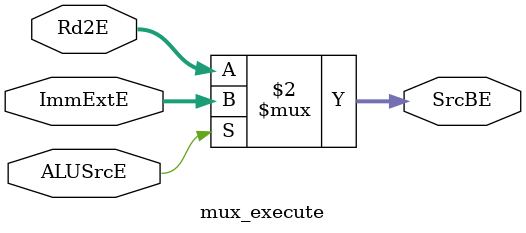
<source format=v>
`timescale 1ns / 1ps

module mux_execute(
  input             ALUSrcE,
  input      [31:0] Rd2E,
  input      [31:0] ImmExtE,
  output reg [31:0] SrcBE
  
);
  
  always @(*)
    begin
      SrcBE = ALUSrcE ? ImmExtE : Rd2E;
    end
    
endmodule

</source>
